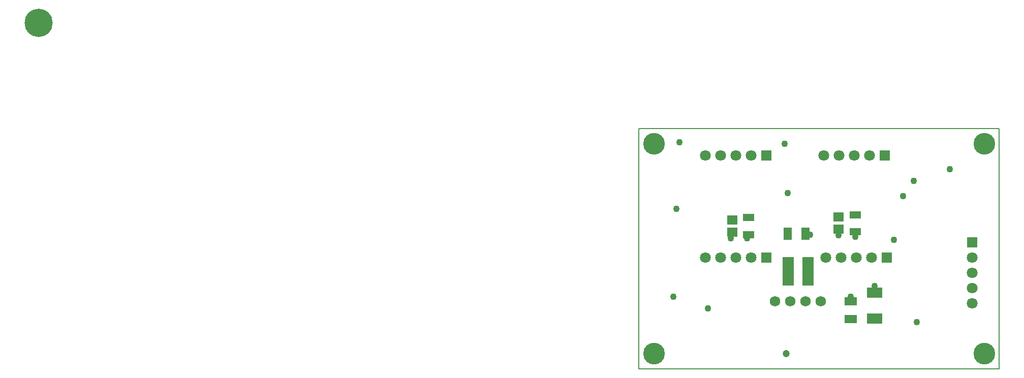
<source format=gts>
G04 Layer_Color=8388736*
%FSLAX25Y25*%
%MOIN*%
G70*
G01*
G75*
%ADD18C,0.00500*%
%ADD29R,0.07887X0.05328*%
%ADD30R,0.05328X0.07887*%
%ADD31R,0.07493X0.04540*%
%ADD32R,0.06902X0.05918*%
%ADD33R,0.09855X0.07099*%
%ADD34R,0.07690X0.18516*%
%ADD35C,0.07099*%
%ADD36R,0.07099X0.07099*%
%ADD37C,0.14186*%
%ADD38C,0.18516*%
%ADD39R,0.07099X0.07099*%
%ADD40C,0.06800*%
%ADD41C,0.04331*%
%ADD42C,0.04737*%
D18*
X0Y157480D02*
X236221D01*
Y0D02*
Y157480D01*
X0Y0D02*
X236221D01*
X0D02*
Y157480D01*
D29*
X138779Y44291D02*
D03*
Y32480D02*
D03*
D30*
X109252Y88583D02*
D03*
X97441D02*
D03*
D31*
X71850Y99016D02*
D03*
Y87992D02*
D03*
X141732Y100984D02*
D03*
Y89961D02*
D03*
D32*
X61024Y89567D02*
D03*
Y97441D02*
D03*
X130905Y91535D02*
D03*
Y99410D02*
D03*
D33*
X154528Y49803D02*
D03*
Y32874D02*
D03*
D34*
X110728Y63976D02*
D03*
X97933D02*
D03*
D35*
X218504Y52835D02*
D03*
Y72835D02*
D03*
Y62835D02*
D03*
Y42835D02*
D03*
X43661Y72835D02*
D03*
X63661D02*
D03*
X73661D02*
D03*
X53661D02*
D03*
X122402D02*
D03*
X142402D02*
D03*
X152402D02*
D03*
X132402D02*
D03*
X43661Y139764D02*
D03*
X63661D02*
D03*
X73661D02*
D03*
X53661D02*
D03*
X121063D02*
D03*
X141063D02*
D03*
X151063D02*
D03*
X131063D02*
D03*
D36*
X218504Y82835D02*
D03*
D37*
X226378Y147638D02*
D03*
X9843D02*
D03*
Y9843D02*
D03*
X226378D02*
D03*
D38*
X-393898Y226772D02*
D03*
D39*
X83661Y72835D02*
D03*
X162402D02*
D03*
X83661Y139764D02*
D03*
X161063D02*
D03*
D40*
X119095Y44291D02*
D03*
X109095D02*
D03*
X99094D02*
D03*
X89095D02*
D03*
D41*
X26575Y148622D02*
D03*
X24606Y104921D02*
D03*
X138779Y47087D02*
D03*
X154528Y54134D02*
D03*
X130905Y87598D02*
D03*
X141732Y86614D02*
D03*
X112205Y87992D02*
D03*
X70866Y85630D02*
D03*
X60039D02*
D03*
X167323Y84646D02*
D03*
X173228Y113189D02*
D03*
X45276Y39370D02*
D03*
X182087Y30512D02*
D03*
X203740Y130905D02*
D03*
X180118Y123031D02*
D03*
X97441Y115157D02*
D03*
X95472Y147638D02*
D03*
X22638Y47244D02*
D03*
D42*
X96457Y9843D02*
D03*
M02*

</source>
